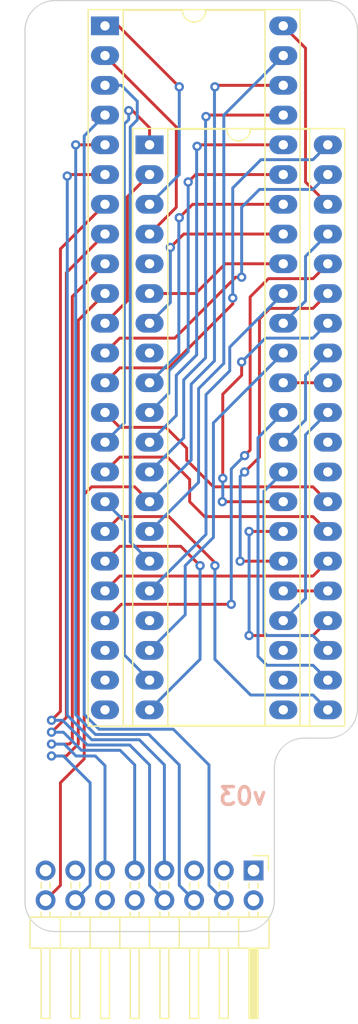
<source format=kicad_pcb>
(kicad_pcb (version 20221018) (generator pcbnew)
  (layers (0 "F.Cu" signal) (31 "B.Cu" signal) (34 "B.Paste" user) (35 "F.Paste" user) (36 "B.SilkS" user "B.Silkscreen") (37 "F.SilkS" user "F.Silkscreen") (38 "B.Mask" user) (39 "F.Mask" user) (44 "Edge.Cuts" user))
  (net 0 "")
  (net 1 "E01")
  (net 2 "E02")
  (net 3 "E03")
  (net 4 "E04")
  (net 5 "E05")
  (net 6 "E06")
  (net 7 "E07")
  (net 8 "E08")
  (net 9 "E09")
  (net 10 "E10")
  (net 11 "E11")
  (net 12 "E12")
  (net 13 "E13")
  (net 14 "E14")
  (net 15 "E15")
  (net 16 "E16")
  (net 17 "E17")
  (net 18 "E18")
  (net 19 "E19")
  (net 20 "E20")
  (net 21 "E21")
  (net 28 "E28")
  (net 29 "E29")
  (net 30 "E30")
  (net 31 "E31")
  (net 32 "E32")
  (net 33 "E33")
  (net 34 "E34")
  (net 35 "E35")
  (net 36 "E36")
  (net 37 "E37")
  (net 38 "E38")
  (net 39 "E39")
  (net 40 "E40")
  (net 41 "E41")
  (net 42 "E42")
  (net 43 "E43")
  (net 44 "E44")
  (net 45 "E45")
  (net 46 "E46")
  (net 47 "E47")
  (net 48 "E48")
  (footprint "Package_DIP:DIP-40_W15.24mm_Socket_LongPads" (layer "F.Cu") (at 147.066 70.993)
    (fp_text reference "J2")
    (fp_text value "To T48 socket")
    (fp_line (start -1.44 -1.39) (end -1.44 49.65) (stroke (width 0.12)) (layer "F.SilkS"))
    (fp_line (start -1.44 49.65) (end 16.68 49.65) (stroke (width 0.12)) (layer "F.SilkS"))
    (fp_line (start 1.56 -1.33) (end 1.56 49.59) (stroke (width 0.12)) (layer "F.SilkS"))
    (fp_line (start 1.56 49.59) (end 13.68 49.59) (stroke (width 0.12)) (layer "F.SilkS"))
    (fp_line (start 6.62 -1.33) (end 1.56 -1.33) (stroke (width 0.12)) (layer "F.SilkS"))
    (fp_line (start 13.68 -1.33) (end 8.62 -1.33) (stroke (width 0.12)) (layer "F.SilkS"))
    (fp_line (start 13.68 49.59) (end 13.68 -1.33) (stroke (width 0.12)) (layer "F.SilkS"))
    (fp_line (start 16.68 -1.39) (end -1.44 -1.39) (stroke (width 0.12)) (layer "F.SilkS"))
    (fp_line (start 16.68 49.65) (end 16.68 -1.39) (stroke (width 0.12)) (layer "F.SilkS"))
    (fp_arc (start 8.62 -1.33) (mid 7.62 -0.33) (end 6.62 -1.33) (stroke (width 0.12)) (layer "F.SilkS"))
    (pad "1" thru_hole rect (at 0 0) (size 2.4 1.6) (drill 0.8) (layers "*.Cu" "*.Mask") (net 15 "E15"))
    (pad "2" thru_hole oval (at 0 2.54) (size 2.4 1.6) (drill 0.8) (layers "*.Cu" "*.Mask") (net 11 "E11"))
    (pad "3" thru_hole oval (at 0 5.08) (size 2.4 1.6) (drill 0.8) (layers "*.Cu" "*.Mask") (net 1 "E01"))
    (pad "4" thru_hole oval (at 0 7.62) (size 2.4 1.6) (drill 0.8) (layers "*.Cu" "*.Mask") (net 2 "E02"))
    (pad "5" thru_hole oval (at 0 10.16) (size 2.4 1.6) (drill 0.8) (layers "*.Cu" "*.Mask"))
    (pad "6" thru_hole oval (at 0 12.7) (size 2.4 1.6) (drill 0.8) (layers "*.Cu" "*.Mask") (net 40 "E40"))
    (pad "7" thru_hole oval (at 0 15.24) (size 2.4 1.6) (drill 0.8) (layers "*.Cu" "*.Mask") (net 41 "E41"))
    (pad "8" thru_hole oval (at 0 17.78) (size 2.4 1.6) (drill 0.8) (layers "*.Cu" "*.Mask"))
    (pad "9" thru_hole oval (at 0 20.32) (size 2.4 1.6) (drill 0.8) (layers "*.Cu" "*.Mask") (net 42 "E42"))
    (pad "10" thru_hole oval (at 0 22.86) (size 2.4 1.6) (drill 0.8) (layers "*.Cu" "*.Mask") (net 43 "E43"))
    (pad "11" thru_hole oval (at 0 25.4) (size 2.4 1.6) (drill 0.8) (layers "*.Cu" "*.Mask") (net 44 "E44"))
    (pad "12" thru_hole oval (at 0 27.94) (size 2.4 1.6) (drill 0.8) (layers "*.Cu" "*.Mask") (net 45 "E45"))
    (pad "13" thru_hole oval (at 0 30.48) (size 2.4 1.6) (drill 0.8) (layers "*.Cu" "*.Mask") (net 46 "E46"))
    (pad "14" thru_hole oval (at 0 33.02) (size 2.4 1.6) (drill 0.8) (layers "*.Cu" "*.Mask") (net 47 "E47"))
    (pad "15" thru_hole oval (at 0 35.56) (size 2.4 1.6) (drill 0.8) (layers "*.Cu" "*.Mask") (net 3 "E03"))
    (pad "16" thru_hole oval (at 0 38.1) (size 2.4 1.6) (drill 0.8) (layers "*.Cu" "*.Mask") (net 39 "E39"))
    (pad "17" thru_hole oval (at 0 40.64) (size 2.4 1.6) (drill 0.8) (layers "*.Cu" "*.Mask"))
    (pad "18" thru_hole oval (at 0 43.18) (size 2.4 1.6) (drill 0.8) (layers "*.Cu" "*.Mask") (net 37 "E37"))
    (pad "19" thru_hole oval (at 0 45.72) (size 2.4 1.6) (drill 0.8) (layers "*.Cu" "*.Mask") (net 17 "E17"))
    (pad "20" thru_hole oval (at 0 48.26) (size 2.4 1.6) (drill 0.8) (layers "*.Cu" "*.Mask") (net 19 "E19"))
    (pad "21" thru_hole oval (at 15.24 48.26) (size 2.4 1.6) (drill 0.8) (layers "*.Cu" "*.Mask") (net 18 "E18"))
    (pad "22" thru_hole oval (at 15.24 45.72) (size 2.4 1.6) (drill 0.8) (layers "*.Cu" "*.Mask") (net 35 "E35"))
    (pad "23" thru_hole oval (at 15.24 43.18) (size 2.4 1.6) (drill 0.8) (layers "*.Cu" "*.Mask") (net 33 "E33"))
    (pad "24" thru_hole oval (at 15.24 40.64) (size 2.4 1.6) (drill 0.8) (layers "*.Cu" "*.Mask") (net 31 "E31"))
    (pad "25" thru_hole oval (at 15.24 38.1) (size 2.4 1.6) (drill 0.8) (layers "*.Cu" "*.Mask") (net 29 "E29"))
    (pad "26" thru_hole oval (at 15.24 35.56) (size 2.4 1.6) (drill 0.8) (layers "*.Cu" "*.Mask") (net 20 "E20"))
    (pad "27" thru_hole oval (at 15.24 33.02) (size 2.4 1.6) (drill 0.8) (layers "*.Cu" "*.Mask") (net 16 "E16"))
    (pad "28" thru_hole oval (at 15.24 30.48) (size 2.4 1.6) (drill 0.8) (layers "*.Cu" "*.Mask") (net 14 "E14"))
    (pad "29" thru_hole oval (at 15.24 27.94) (size 2.4 1.6) (drill 0.8) (layers "*.Cu" "*.Mask"))
    (pad "30" thru_hole oval (at 15.24 25.4) (size 2.4 1.6) (drill 0.8) (layers "*.Cu" "*.Mask"))
    (pad "31" thru_hole oval (at 15.24 22.86) (size 2.4 1.6) (drill 0.8) (layers "*.Cu" "*.Mask") (net 28 "E28"))
    (pad "32" thru_hole oval (at 15.24 20.32) (size 2.4 1.6) (drill 0.8) (layers "*.Cu" "*.Mask") (net 36 "E36"))
    (pad "33" thru_hole oval (at 15.24 17.78) (size 2.4 1.6) (drill 0.8) (layers "*.Cu" "*.Mask") (net 34 "E34"))
    (pad "34" thru_hole oval (at 15.24 15.24) (size 2.4 1.6) (drill 0.8) (layers "*.Cu" "*.Mask") (net 32 "E32"))
    (pad "35" thru_hole oval (at 15.24 12.7) (size 2.4 1.6) (drill 0.8) (layers "*.Cu" "*.Mask") (net 30 "E30"))
    (pad "36" thru_hole oval (at 15.24 10.16) (size 2.4 1.6) (drill 0.8) (layers "*.Cu" "*.Mask") (net 21 "E21"))
    (pad "37" thru_hole oval (at 15.24 7.62) (size 2.4 1.6) (drill 0.8) (layers "*.Cu" "*.Mask") (net 38 "E38"))
    (pad "38" thru_hole oval (at 15.24 5.08) (size 2.4 1.6) (drill 0.8) (layers "*.Cu" "*.Mask") (net 48 "E48"))
    (pad "39" thru_hole oval (at 15.24 2.54) (size 2.4 1.6) (drill 0.8) (layers "*.Cu" "*.Mask") (net 12 "E12"))
    (pad "40" thru_hole oval (at 15.24 0) (size 2.4 1.6) (drill 0.8) (layers "*.Cu" "*.Mask") (net 13 "E13"))
  )
  (footprint "Package_DIP:DIP-48_W15.24mm_Socket_LongPads" (layer "F.Cu") (at 143.256 60.833)
    (fp_text reference "J1")
    (fp_text value "EPROM")
    (fp_line (start -1.44 -1.39) (end -1.44 59.81) (stroke (width 0.12)) (layer "F.SilkS"))
    (fp_line (start -1.44 59.81) (end 16.68 59.81) (stroke (width 0.12)) (layer "F.SilkS"))
    (fp_line (start 1.56 -1.33) (end 1.56 59.75) (stroke (width 0.12)) (layer "F.SilkS"))
    (fp_line (start 1.56 59.75) (end 13.68 59.75) (stroke (width 0.12)) (layer "F.SilkS"))
    (fp_line (start 6.62 -1.33) (end 1.56 -1.33) (stroke (width 0.12)) (layer "F.SilkS"))
    (fp_line (start 13.68 -1.33) (end 8.62 -1.33) (stroke (width 0.12)) (layer "F.SilkS"))
    (fp_line (start 13.68 59.75) (end 13.68 -1.33) (stroke (width 0.12)) (layer "F.SilkS"))
    (fp_line (start 16.68 -1.39) (end -1.44 -1.39) (stroke (width 0.12)) (layer "F.SilkS"))
    (fp_line (start 16.68 59.81) (end 16.68 -1.39) (stroke (width 0.12)) (layer "F.SilkS"))
    (fp_arc (start 8.62 -1.33) (mid 7.62 -0.33) (end 6.62 -1.33) (stroke (width 0.12)) (layer "F.SilkS"))
    (pad "1" thru_hole rect (at 0 0) (size 2.4 1.6) (drill 0.8) (layers "*.Cu" "*.Mask") (net 1 "E01"))
    (pad "2" thru_hole oval (at 0 2.54) (size 2.4 1.6) (drill 0.8) (layers "*.Cu" "*.Mask") (net 2 "E02"))
    (pad "3" thru_hole oval (at 0 5.08) (size 2.4 1.6) (drill 0.8) (layers "*.Cu" "*.Mask") (net 3 "E03"))
    (pad "4" thru_hole oval (at 0 7.62) (size 2.4 1.6) (drill 0.8) (layers "*.Cu" "*.Mask") (net 4 "E04"))
    (pad "5" thru_hole oval (at 0 10.16) (size 2.4 1.6) (drill 0.8) (layers "*.Cu" "*.Mask") (net 5 "E05"))
    (pad "6" thru_hole oval (at 0 12.7) (size 2.4 1.6) (drill 0.8) (layers "*.Cu" "*.Mask") (net 6 "E06"))
    (pad "7" thru_hole oval (at 0 15.24) (size 2.4 1.6) (drill 0.8) (layers "*.Cu" "*.Mask") (net 7 "E07"))
    (pad "8" thru_hole oval (at 0 17.78) (size 2.4 1.6) (drill 0.8) (layers "*.Cu" "*.Mask") (net 8 "E08"))
    (pad "9" thru_hole oval (at 0 20.32) (size 2.4 1.6) (drill 0.8) (layers "*.Cu" "*.Mask") (net 9 "E09"))
    (pad "10" thru_hole oval (at 0 22.86) (size 2.4 1.6) (drill 0.8) (layers "*.Cu" "*.Mask") (net 10 "E10"))
    (pad "11" thru_hole oval (at 0 25.4) (size 2.4 1.6) (drill 0.8) (layers "*.Cu" "*.Mask") (net 11 "E11"))
    (pad "12" thru_hole oval (at 0 27.94) (size 2.4 1.6) (drill 0.8) (layers "*.Cu" "*.Mask") (net 12 "E12"))
    (pad "13" thru_hole oval (at 0 30.48) (size 2.4 1.6) (drill 0.8) (layers "*.Cu" "*.Mask") (net 13 "E13"))
    (pad "14" thru_hole oval (at 0 33.02) (size 2.4 1.6) (drill 0.8) (layers "*.Cu" "*.Mask") (net 14 "E14"))
    (pad "15" thru_hole oval (at 0 35.56) (size 2.4 1.6) (drill 0.8) (layers "*.Cu" "*.Mask") (net 15 "E15"))
    (pad "16" thru_hole oval (at 0 38.1) (size 2.4 1.6) (drill 0.8) (layers "*.Cu" "*.Mask") (net 16 "E16"))
    (pad "17" thru_hole oval (at 0 40.64) (size 2.4 1.6) (drill 0.8) (layers "*.Cu" "*.Mask") (net 17 "E17"))
    (pad "18" thru_hole oval (at 0 43.18) (size 2.4 1.6) (drill 0.8) (layers "*.Cu" "*.Mask") (net 18 "E18"))
    (pad "19" thru_hole oval (at 0 45.72) (size 2.4 1.6) (drill 0.8) (layers "*.Cu" "*.Mask") (net 19 "E19"))
    (pad "20" thru_hole oval (at 0 48.26) (size 2.4 1.6) (drill 0.8) (layers "*.Cu" "*.Mask") (net 20 "E20"))
    (pad "21" thru_hole oval (at 0 50.8) (size 2.4 1.6) (drill 0.8) (layers "*.Cu" "*.Mask") (net 21 "E21"))
    (pad "22" thru_hole oval (at 0 53.34) (size 2.4 1.6) (drill 0.8) (layers "*.Cu" "*.Mask"))
    (pad "23" thru_hole oval (at 0 55.88) (size 2.4 1.6) (drill 0.8) (layers "*.Cu" "*.Mask"))
    (pad "24" thru_hole oval (at 0 58.42) (size 2.4 1.6) (drill 0.8) (layers "*.Cu" "*.Mask"))
    (pad "25" thru_hole oval (at 15.24 58.42) (size 2.4 1.6) (drill 0.8) (layers "*.Cu" "*.Mask"))
    (pad "26" thru_hole oval (at 15.24 55.88) (size 2.4 1.6) (drill 0.8) (layers "*.Cu" "*.Mask"))
    (pad "27" thru_hole oval (at 15.24 53.34) (size 2.4 1.6) (drill 0.8) (layers "*.Cu" "*.Mask"))
    (pad "28" thru_hole oval (at 15.24 50.8) (size 2.4 1.6) (drill 0.8) (layers "*.Cu" "*.Mask") (net 28 "E28"))
    (pad "29" thru_hole oval (at 15.24 48.26) (size 2.4 1.6) (drill 0.8) (layers "*.Cu" "*.Mask") (net 29 "E29"))
    (pad "30" thru_hole oval (at 15.24 45.72) (size 2.4 1.6) (drill 0.8) (layers "*.Cu" "*.Mask") (net 30 "E30"))
    (pad "31" thru_hole oval (at 15.24 43.18) (size 2.4 1.6) (drill 0.8) (layers "*.Cu" "*.Mask") (net 31 "E31"))
    (pad "32" thru_hole oval (at 15.24 40.64) (size 2.4 1.6) (drill 0.8) (layers "*.Cu" "*.Mask") (net 32 "E32"))
    (pad "33" thru_hole oval (at 15.24 38.1) (size 2.4 1.6) (drill 0.8) (layers "*.Cu" "*.Mask") (net 33 "E33"))
    (pad "34" thru_hole oval (at 15.24 35.56) (size 2.4 1.6) (drill 0.8) (layers "*.Cu" "*.Mask") (net 34 "E34"))
    (pad "35" thru_hole oval (at 15.24 33.02) (size 2.4 1.6) (drill 0.8) (layers "*.Cu" "*.Mask") (net 35 "E35"))
    (pad "36" thru_hole oval (at 15.24 30.48) (size 2.4 1.6) (drill 0.8) (layers "*.Cu" "*.Mask") (net 36 "E36"))
    (pad "37" thru_hole oval (at 15.24 27.94) (size 2.4 1.6) (drill 0.8) (layers "*.Cu" "*.Mask") (net 37 "E37"))
    (pad "38" thru_hole oval (at 15.24 25.4) (size 2.4 1.6) (drill 0.8) (layers "*.Cu" "*.Mask") (net 38 "E38"))
    (pad "39" thru_hole oval (at 15.24 22.86) (size 2.4 1.6) (drill 0.8) (layers "*.Cu" "*.Mask") (net 39 "E39"))
    (pad "40" thru_hole oval (at 15.24 20.32) (size 2.4 1.6) (drill 0.8) (layers "*.Cu" "*.Mask") (net 40 "E40"))
    (pad "41" thru_hole oval (at 15.24 17.78) (size 2.4 1.6) (drill 0.8) (layers "*.Cu" "*.Mask") (net 41 "E41"))
    (pad "42" thru_hole oval (at 15.24 15.24) (size 2.4 1.6) (drill 0.8) (layers "*.Cu" "*.Mask") (net 42 "E42"))
    (pad "43" thru_hole oval (at 15.24 12.7) (size 2.4 1.6) (drill 0.8) (layers "*.Cu" "*.Mask") (net 43 "E43"))
    (pad "44" thru_hole oval (at 15.24 10.16) (size 2.4 1.6) (drill 0.8) (layers "*.Cu" "*.Mask") (net 44 "E44"))
    (pad "45" thru_hole oval (at 15.24 7.62) (size 2.4 1.6) (drill 0.8) (layers "*.Cu" "*.Mask") (net 45 "E45"))
    (pad "46" thru_hole oval (at 15.24 5.08) (size 2.4 1.6) (drill 0.8) (layers "*.Cu" "*.Mask") (net 46 "E46"))
    (pad "47" thru_hole oval (at 15.24 2.54) (size 2.4 1.6) (drill 0.8) (layers "*.Cu" "*.Mask") (net 47 "E47"))
    (pad "48" thru_hole oval (at 15.24 0) (size 2.4 1.6) (drill 0.8) (layers "*.Cu" "*.Mask") (net 48 "E48"))
  )
  (footprint "Connector_PinHeader_2.54mm:PinHeader_2x08_P2.54mm_Horizontal" (layer "F.Cu") (at 155.956 132.969 -90)
    (fp_text reference "J3")
    (fp_text value "To T48 ribbon")
    (fp_line (start -1.27 -1.27) (end 0 -1.27) (stroke (width 0.12)) (layer "F.SilkS"))
    (fp_line (start -1.27 0) (end -1.27 -1.27) (stroke (width 0.12)) (layer "F.SilkS"))
    (fp_line (start 1.042929 2.16) (end 1.497071 2.16) (stroke (width 0.12)) (layer "F.SilkS"))
    (fp_line (start 1.042929 2.92) (end 1.497071 2.92) (stroke (width 0.12)) (layer "F.SilkS"))
    (fp_line (start 1.042929 4.7) (end 1.497071 4.7) (stroke (width 0.12)) (layer "F.SilkS"))
    (fp_line (start 1.042929 5.46) (end 1.497071 5.46) (stroke (width 0.12)) (layer "F.SilkS"))
    (fp_line (start 1.042929 7.24) (end 1.497071 7.24) (stroke (width 0.12)) (layer "F.SilkS"))
    (fp_line (start 1.042929 8) (end 1.497071 8) (stroke (width 0.12)) (layer "F.SilkS"))
    (fp_line (start 1.042929 9.78) (end 1.497071 9.78) (stroke (width 0.12)) (layer "F.SilkS"))
    (fp_line (start 1.042929 10.54) (end 1.497071 10.54) (stroke (width 0.12)) (layer "F.SilkS"))
    (fp_line (start 1.042929 12.32) (end 1.497071 12.32) (stroke (width 0.12)) (layer "F.SilkS"))
    (fp_line (start 1.042929 13.08) (end 1.497071 13.08) (stroke (width 0.12)) (layer "F.SilkS"))
    (fp_line (start 1.042929 14.86) (end 1.497071 14.86) (stroke (width 0.12)) (layer "F.SilkS"))
    (fp_line (start 1.042929 15.62) (end 1.497071 15.62) (stroke (width 0.12)) (layer "F.SilkS"))
    (fp_line (start 1.042929 17.4) (end 1.497071 17.4) (stroke (width 0.12)) (layer "F.SilkS"))
    (fp_line (start 1.042929 18.16) (end 1.497071 18.16) (stroke (width 0.12)) (layer "F.SilkS"))
    (fp_line (start 1.11 -0.38) (end 1.497071 -0.38) (stroke (width 0.12)) (layer "F.SilkS"))
    (fp_line (start 1.11 0.38) (end 1.497071 0.38) (stroke (width 0.12)) (layer "F.SilkS"))
    (fp_line (start 3.582929 -0.38) (end 3.98 -0.38) (stroke (width 0.12)) (layer "F.SilkS"))
    (fp_line (start 3.582929 0.38) (end 3.98 0.38) (stroke (width 0.12)) (layer "F.SilkS"))
    (fp_line (start 3.582929 2.16) (end 3.98 2.16) (stroke (width 0.12)) (layer "F.SilkS"))
    (fp_line (start 3.582929 2.92) (end 3.98 2.92) (stroke (width 0.12)) (layer "F.SilkS"))
    (fp_line (start 3.582929 4.7) (end 3.98 4.7) (stroke (width 0.12)) (layer "F.SilkS"))
    (fp_line (start 3.582929 5.46) (end 3.98 5.46) (stroke (width 0.12)) (layer "F.SilkS"))
    (fp_line (start 3.582929 7.24) (end 3.98 7.24) (stroke (width 0.12)) (layer "F.SilkS"))
    (fp_line (start 3.582929 8) (end 3.98 8) (stroke (width 0.12)) (layer "F.SilkS"))
    (fp_line (start 3.582929 9.78) (end 3.98 9.78) (stroke (width 0.12)) (layer "F.SilkS"))
    (fp_line (start 3.582929 10.54) (end 3.98 10.54) (stroke (width 0.12)) (layer "F.SilkS"))
    (fp_line (start 3.582929 12.32) (end 3.98 12.32) (stroke (width 0.12)) (layer "F.SilkS"))
    (fp_line (start 3.582929 13.08) (end 3.98 13.08) (stroke (width 0.12)) (layer "F.SilkS"))
    (fp_line (start 3.582929 14.86) (end 3.98 14.86) (stroke (width 0.12)) (layer "F.SilkS"))
    (fp_line (start 3.582929 15.62) (end 3.98 15.62) (stroke (width 0.12)) (layer "F.SilkS"))
    (fp_line (start 3.582929 17.4) (end 3.98 17.4) (stroke (width 0.12)) (layer "F.SilkS"))
    (fp_line (start 3.582929 18.16) (end 3.98 18.16) (stroke (width 0.12)) (layer "F.SilkS"))
    (fp_line (start 3.98 -1.33) (end 3.98 19.11) (stroke (width 0.12)) (layer "F.SilkS"))
    (fp_line (start 3.98 1.27) (end 6.64 1.27) (stroke (width 0.12)) (layer "F.SilkS"))
    (fp_line (start 3.98 3.81) (end 6.64 3.81) (stroke (width 0.12)) (layer "F.SilkS"))
    (fp_line (start 3.98 6.35) (end 6.64 6.35) (stroke (width 0.12)) (layer "F.SilkS"))
    (fp_line (start 3.98 8.89) (end 6.64 8.89) (stroke (width 0.12)) (layer "F.SilkS"))
    (fp_line (start 3.98 11.43) (end 6.64 11.43) (stroke (width 0.12)) (layer "F.SilkS"))
    (fp_line (start 3.98 13.97) (end 6.64 13.97) (stroke (width 0.12)) (layer "F.SilkS"))
    (fp_line (start 3.98 16.51) (end 6.64 16.51) (stroke (width 0.12)) (layer "F.SilkS"))
    (fp_line (start 3.98 19.11) (end 6.64 19.11) (stroke (width 0.12)) (layer "F.SilkS"))
    (fp_line (start 6.64 -1.33) (end 3.98 -1.33) (stroke (width 0.12)) (layer "F.SilkS"))
    (fp_line (start 6.64 -0.38) (end 12.64 -0.38) (stroke (width 0.12)) (layer "F.SilkS"))
    (fp_line (start 6.64 -0.32) (end 12.64 -0.32) (stroke (width 0.12)) (layer "F.SilkS"))
    (fp_line (start 6.64 -0.2) (end 12.64 -0.2) (stroke (width 0.12)) (layer "F.SilkS"))
    (fp_line (start 6.64 -0.08) (end 12.64 -0.08) (stroke (width 0.12)) (layer "F.SilkS"))
    (fp_line (start 6.64 0.04) (end 12.64 0.04) (stroke (width 0.12)) (layer "F.SilkS"))
    (fp_line (start 6.64 0.16) (end 12.64 0.16) (stroke (width 0.12)) (layer "F.SilkS"))
    (fp_line (start 6.64 0.28) (end 12.64 0.28) (stroke (width 0.12)) (layer "F.SilkS"))
    (fp_line (start 6.64 2.16) (end 12.64 2.16) (stroke (width 0.12)) (layer "F.SilkS"))
    (fp_line (start 6.64 4.7) (end 12.64 4.7) (stroke (width 0.12)) (layer "F.SilkS"))
    (fp_line (start 6.64 7.24) (end 12.64 7.24) (stroke (width 0.12)) (layer "F.SilkS"))
    (fp_line (start 6.64 9.78) (end 12.64 9.78) (stroke (width 0.12)) (layer "F.SilkS"))
    (fp_line (start 6.64 12.32) (end 12.64 12.32) (stroke (width 0.12)) (layer "F.SilkS"))
    (fp_line (start 6.64 14.86) (end 12.64 14.86) (stroke (width 0.12)) (layer "F.SilkS"))
    (fp_line (start 6.64 17.4) (end 12.64 17.4) (stroke (width 0.12)) (layer "F.SilkS"))
    (fp_line (start 6.64 19.11) (end 6.64 -1.33) (stroke (width 0.12)) (layer "F.SilkS"))
    (fp_line (start 12.64 -0.38) (end 12.64 0.38) (stroke (width 0.12)) (layer "F.SilkS"))
    (fp_line (start 12.64 0.38) (end 6.64 0.38) (stroke (width 0.12)) (layer "F.SilkS"))
    (fp_line (start 12.64 2.16) (end 12.64 2.92) (stroke (width 0.12)) (layer "F.SilkS"))
    (fp_line (start 12.64 2.92) (end 6.64 2.92) (stroke (width 0.12)) (layer "F.SilkS"))
    (fp_line (start 12.64 4.7) (end 12.64 5.46) (stroke (width 0.12)) (layer "F.SilkS"))
    (fp_line (start 12.64 5.46) (end 6.64 5.46) (stroke (width 0.12)) (layer "F.SilkS"))
    (fp_line (start 12.64 7.24) (end 12.64 8) (stroke (width 0.12)) (layer "F.SilkS"))
    (fp_line (start 12.64 8) (end 6.64 8) (stroke (width 0.12)) (layer "F.SilkS"))
    (fp_line (start 12.64 9.78) (end 12.64 10.54) (stroke (width 0.12)) (layer "F.SilkS"))
    (fp_line (start 12.64 10.54) (end 6.64 10.54) (stroke (width 0.12)) (layer "F.SilkS"))
    (fp_line (start 12.64 12.32) (end 12.64 13.08) (stroke (width 0.12)) (layer "F.SilkS"))
    (fp_line (start 12.64 13.08) (end 6.64 13.08) (stroke (width 0.12)) (layer "F.SilkS"))
    (fp_line (start 12.64 14.86) (end 12.64 15.62) (stroke (width 0.12)) (layer "F.SilkS"))
    (fp_line (start 12.64 15.62) (end 6.64 15.62) (stroke (width 0.12)) (layer "F.SilkS"))
    (fp_line (start 12.64 17.4) (end 12.64 18.16) (stroke (width 0.12)) (layer "F.SilkS"))
    (fp_line (start 12.64 18.16) (end 6.64 18.16) (stroke (width 0.12)) (layer "F.SilkS"))
    (pad "1" thru_hole rect (at 0 0 270) (size 1.7 1.7) (drill 1) (layers "*.Cu" "*.Mask"))
    (pad "2" thru_hole oval (at 2.54 0 270) (size 1.7 1.7) (drill 1) (layers "*.Cu" "*.Mask"))
    (pad "3" thru_hole oval (at 0 2.54 270) (size 1.7 1.7) (drill 1) (layers "*.Cu" "*.Mask"))
    (pad "4" thru_hole oval (at 2.54 2.54 270) (size 1.7 1.7) (drill 1) (layers "*.Cu" "*.Mask") (net 4 "E04"))
    (pad "5" thru_hole oval (at 0 5.08 270) (size 1.7 1.7) (drill 1) (layers "*.Cu" "*.Mask"))
    (pad "6" thru_hole oval (at 2.54 5.08 270) (size 1.7 1.7) (drill 1) (layers "*.Cu" "*.Mask") (net 5 "E05"))
    (pad "7" thru_hole oval (at 0 7.62 270) (size 1.7 1.7) (drill 1) (layers "*.Cu" "*.Mask") (net 6 "E06"))
    (pad "8" thru_hole oval (at 2.54 7.62 270) (size 1.7 1.7) (drill 1) (layers "*.Cu" "*.Mask") (net 7 "E07"))
    (pad "9" thru_hole oval (at 0 10.16 270) (size 1.7 1.7) (drill 1) (layers "*.Cu" "*.Mask") (net 8 "E08"))
    (pad "10" thru_hole oval (at 2.54 10.16 270) (size 1.7 1.7) (drill 1) (layers "*.Cu" "*.Mask"))
    (pad "11" thru_hole oval (at 0 12.7 270) (size 1.7 1.7) (drill 1) (layers "*.Cu" "*.Mask") (net 9 "E09"))
    (pad "12" thru_hole oval (at 2.54 12.7 270) (size 1.7 1.7) (drill 1) (layers "*.Cu" "*.Mask"))
    (pad "13" thru_hole oval (at 0 15.24 270) (size 1.7 1.7) (drill 1) (layers "*.Cu" "*.Mask"))
    (pad "14" thru_hole oval (at 2.54 15.24 270) (size 1.7 1.7) (drill 1) (layers "*.Cu" "*.Mask") (net 10 "E10"))
    (pad "15" thru_hole oval (at 0 17.78 270) (size 1.7 1.7) (drill 1) (layers "*.Cu" "*.Mask"))
    (pad "16" thru_hole oval (at 2.54 17.78 270) (size 1.7 1.7) (drill 1) (layers "*.Cu" "*.Mask") (net 46 "E46"))
  )
  (gr_line (start 138.974104 58.674) (end 162.275184 58.674) (stroke (width 0.1)) (layer "Edge.Cuts"))
  (gr_arc (start 138.966627 138.186623) (mid 137.163095 137.439546) (end 136.416052 135.636) (stroke (width 0.1)) (layer "Edge.Cuts"))
  (gr_arc (start 157.734002 124.206) (mid 158.477951 122.409949) (end 160.274002 121.666) (stroke (width 0.1)) (layer "Edge.Cuts"))
  (gr_arc (start 157.734002 135.519623) (mid 156.952856 137.405477) (end 155.067002 138.186623) (stroke (width 0.1)) (layer "Edge.Cuts"))
  (gr_arc (start 164.846 119.107948) (mid 164.096764 120.916764) (end 162.287948 121.666) (stroke (width 0.1)) (layer "Edge.Cuts"))
  (gr_line (start 157.734002 124.206) (end 157.734002 135.519623) (stroke (width 0.1)) (layer "Edge.Cuts"))
  (gr_line (start 136.416052 135.636) (end 136.416052 61.232052) (stroke (width 0.1)) (layer "Edge.Cuts"))
  (gr_arc (start 136.416052 61.232052) (mid 137.165288 59.423236) (end 138.974104 58.674) (stroke (width 0.1)) (layer "Edge.Cuts"))
  (gr_line (start 155.067002 138.186623) (end 138.966627 138.186623) (stroke (width 0.1)) (layer "Edge.Cuts"))
  (gr_arc (start 162.275184 58.674) (mid 164.093025 59.426975) (end 164.846 61.244816) (stroke (width 0.1)) (layer "Edge.Cuts"))
  (gr_line (start 162.287948 121.666) (end 160.274002 121.666) (stroke (width 0.1)) (layer "Edge.Cuts"))
  (gr_line (start 164.846 61.244816) (end 164.846 119.107948) (stroke (width 0.1)) (layer "Edge.Cuts"))
  (gr_text "v03" (at 157.226 127.508) (layer "B.SilkS") (effects (font (size 1.5 1.5) (thickness 0.3) bold) (justify left bottom mirror)))
  (segment (start 143.256 60.833) (end 144.399 60.833) (width 0.25) (layer "F.Cu") (net 1))
  (segment (start 144.399 60.833) (end 149.606 66.04) (width 0.25) (layer "F.Cu") (net 1))
  (via (at 149.606 66.04) (size 0.8) (drill 0.4) (layers "F.Cu" "B.Cu") (net 1))
  (segment (start 149.606 73.533) (end 147.066 76.073) (width 0.25) (layer "B.Cu") (net 1))
  (segment (start 149.606 66.04) (end 149.606 73.533) (width 0.25) (layer "B.Cu") (net 1))
  (segment (start 149.352 69.469) (end 149.352 76.327) (width 0.25) (layer "F.Cu") (net 2))
  (segment (start 143.256 63.373) (end 149.352 69.469) (width 0.25) (layer "F.Cu") (net 2))
  (segment (start 149.352 76.327) (end 147.066 78.613) (width 0.25) (layer "F.Cu") (net 2))
  (segment (start 146.013 68.871) (end 146.013 67.268347) (width 0.25) (layer "B.Cu") (net 3))
  (segment (start 146.013 67.268347) (end 144.657653 65.913) (width 0.25) (layer "B.Cu") (net 3))
  (segment (start 147.066 106.553) (end 145.415 104.902) (width 0.25) (layer "B.Cu") (net 3))
  (segment (start 145.415 104.902) (end 145.415 69.469) (width 0.25) (layer "B.Cu") (net 3))
  (segment (start 145.415 69.469) (end 146.013 68.871) (width 0.25) (layer "B.Cu") (net 3))
  (segment (start 144.657653 65.913) (end 143.256 65.913) (width 0.25) (layer "B.Cu") (net 3))
  (segment (start 142.875 68.834) (end 143.256 68.453) (width 0.25) (layer "F.Cu") (net 4))
  (segment (start 142.24 68.834) (end 142.875 68.834) (width 0.25) (layer "F.Cu") (net 4))
  (segment (start 152.146 123.952) (end 152.146 134.239) (width 0.25) (layer "B.Cu") (net 4))
  (segment (start 141.478 70.231) (end 141.478 119.634) (width 0.25) (layer "B.Cu") (net 4))
  (segment (start 149.098 120.904) (end 152.146 123.952) (width 0.25) (layer "B.Cu") (net 4))
  (segment (start 142.748 120.904) (end 149.098 120.904) (width 0.25) (layer "B.Cu") (net 4))
  (segment (start 143.256 68.453) (end 141.478 70.231) (width 0.25) (layer "B.Cu") (net 4))
  (segment (start 141.478 119.634) (end 142.748 120.904) (width 0.25) (layer "B.Cu") (net 4))
  (segment (start 152.146 134.239) (end 153.416 135.509) (width 0.25) (layer "B.Cu") (net 4))
  (segment (start 140.7535 70.993) (end 143.256 70.993) (width 0.25) (layer "F.Cu") (net 5))
  (via (at 140.7535 70.993) (size 0.8) (drill 0.4) (layers "F.Cu" "B.Cu") (net 5))
  (segment (start 140.7535 119.6715) (end 142.436 121.354) (width 0.25) (layer "B.Cu") (net 5))
  (segment (start 149.606 134.239) (end 150.876 135.509) (width 0.25) (layer "B.Cu") (net 5))
  (segment (start 142.436 121.354) (end 147.008 121.354) (width 0.25) (layer "B.Cu") (net 5))
  (segment (start 147.008 121.354) (end 149.606 123.952) (width 0.25) (layer "B.Cu") (net 5))
  (segment (start 140.7535 70.993) (end 140.7535 119.6715) (width 0.25) (layer "B.Cu") (net 5))
  (segment (start 149.606 123.952) (end 149.606 134.239) (width 0.25) (layer "B.Cu") (net 5))
  (segment (start 140.029 73.66) (end 140.156 73.533) (width 0.25) (layer "F.Cu") (net 6))
  (segment (start 140.156 73.533) (end 143.256 73.533) (width 0.25) (layer "F.Cu") (net 6))
  (via (at 140.029 73.66) (size 0.8) (drill 0.4) (layers "F.Cu" "B.Cu") (net 6))
  (segment (start 140.029 73.66) (end 140.029 119.709) (width 0.25) (layer "B.Cu") (net 6))
  (segment (start 146.188 121.804) (end 148.336 123.952) (width 0.25) (layer "B.Cu") (net 6))
  (segment (start 148.336 123.952) (end 148.336 132.969) (width 0.25) (layer "B.Cu") (net 6))
  (segment (start 140.029 119.709) (end 142.124 121.804) (width 0.25) (layer "B.Cu") (net 6))
  (segment (start 142.124 121.804) (end 146.188 121.804) (width 0.25) (layer "B.Cu") (net 6))
  (segment (start 138.684 120.142) (end 139.446 119.38) (width 0.25) (layer "F.Cu") (net 7))
  (segment (start 139.446 79.883) (end 143.256 76.073) (width 0.25) (layer "F.Cu") (net 7))
  (segment (start 139.446 119.38) (end 139.446 79.883) (width 0.25) (layer "F.Cu") (net 7))
  (via (at 138.684 120.142) (size 0.8) (drill 0.4) (layers "F.Cu" "B.Cu") (net 7))
  (segment (start 145.368 122.254) (end 147.066 123.952) (width 0.25) (layer "B.Cu") (net 7))
  (segment (start 147.066 134.239) (end 148.336 135.509) (width 0.25) (layer "B.Cu") (net 7))
  (segment (start 141.747802 122.254) (end 145.368 122.254) (width 0.25) (layer "B.Cu") (net 7))
  (segment (start 147.066 123.952) (end 147.066 134.239) (width 0.25) (layer "B.Cu") (net 7))
  (segment (start 138.684 120.142) (end 139.635802 120.142) (width 0.25) (layer "B.Cu") (net 7))
  (segment (start 139.635802 120.142) (end 141.747802 122.254) (width 0.25) (layer "B.Cu") (net 7))
  (segment (start 138.684 121.158) (end 138.693305 121.158) (width 0.25) (layer "F.Cu") (net 8))
  (segment (start 138.693305 121.158) (end 139.954 119.897305) (width 0.25) (layer "F.Cu") (net 8))
  (segment (start 139.954 81.915) (end 143.256 78.613) (width 0.25) (layer "F.Cu") (net 8))
  (segment (start 139.954 119.897305) (end 139.954 81.915) (width 0.25) (layer "F.Cu") (net 8))
  (via (at 138.684 121.158) (size 0.8) (drill 0.4) (layers "F.Cu" "B.Cu") (net 8))
  (segment (start 138.684 121.158) (end 139.7 121.158) (width 0.25) (layer "B.Cu") (net 8))
  (segment (start 141.246 122.704) (end 144.548 122.704) (width 0.25) (layer "B.Cu") (net 8))
  (segment (start 145.796 123.952) (end 145.796 132.969) (width 0.25) (layer "B.Cu") (net 8))
  (segment (start 139.7 121.158) (end 141.246 122.704) (width 0.25) (layer "B.Cu") (net 8))
  (segment (start 144.548 122.704) (end 145.796 123.952) (width 0.25) (layer "B.Cu") (net 8))
  (segment (start 140.462 83.947) (end 143.256 81.153) (width 0.25) (layer "F.Cu") (net 9))
  (segment (start 140.462 121.92) (end 140.462 83.947) (width 0.25) (layer "F.Cu") (net 9))
  (segment (start 138.684 122.174) (end 140.208 122.174) (width 0.25) (layer "F.Cu") (net 9))
  (segment (start 140.208 122.174) (end 140.462 121.92) (width 0.25) (layer "F.Cu") (net 9))
  (via (at 138.684 122.174) (size 0.8) (drill 0.4) (layers "F.Cu" "B.Cu") (net 9))
  (segment (start 142.4305 123.19) (end 143.256 124.0155) (width 0.25) (layer "B.Cu") (net 9))
  (segment (start 143.256 124.0155) (end 143.256 132.969) (width 0.25) (layer "B.Cu") (net 9))
  (segment (start 140.7795 123.19) (end 142.4305 123.19) (width 0.25) (layer "B.Cu") (net 9))
  (segment (start 139.7635 122.174) (end 140.7795 123.19) (width 0.25) (layer "B.Cu") (net 9))
  (segment (start 138.684 122.174) (end 139.7635 122.174) (width 0.25) (layer "B.Cu") (net 9))
  (segment (start 138.684 123.19) (end 139.954 123.19) (width 0.25) (layer "F.Cu") (net 10))
  (segment (start 140.97 122.174) (end 140.97 85.979) (width 0.25) (layer "F.Cu") (net 10))
  (segment (start 139.954 123.19) (end 140.97 122.174) (width 0.25) (layer "F.Cu") (net 10))
  (segment (start 140.97 85.979) (end 143.256 83.693) (width 0.25) (layer "F.Cu") (net 10))
  (via (at 138.684 123.19) (size 0.8) (drill 0.4) (layers "F.Cu" "B.Cu") (net 10))
  (segment (start 138.684 123.19) (end 139.7 123.19) (width 0.25) (layer "B.Cu") (net 10))
  (segment (start 141.986 125.476) (end 141.986 134.239) (width 0.25) (layer "B.Cu") (net 10))
  (segment (start 141.986 134.239) (end 140.716 135.509) (width 0.25) (layer "B.Cu") (net 10))
  (segment (start 139.7 123.19) (end 141.986 125.476) (width 0.25) (layer "B.Cu") (net 10))
  (segment (start 143.256 86.233) (end 145.161 84.328) (width 0.25) (layer "F.Cu") (net 11))
  (segment (start 145.161 75.438) (end 147.066 73.533) (width 0.25) (layer "F.Cu") (net 11))
  (segment (start 145.161 84.328) (end 145.161 75.438) (width 0.25) (layer "F.Cu") (net 11))
  (segment (start 144.526 87.503) (end 143.256 88.773) (width 0.25) (layer "F.Cu") (net 12))
  (segment (start 154.94 82.296) (end 154.432 82.296) (width 0.25) (layer "F.Cu") (net 12))
  (segment (start 149.225 87.503) (end 144.526 87.503) (width 0.25) (layer "F.Cu") (net 12))
  (segment (start 154.432 82.296) (end 149.225 87.503) (width 0.25) (layer "F.Cu") (net 12))
  (via (at 154.94 82.296) (size 0.8) (drill 0.4) (layers "F.Cu" "B.Cu") (net 12))
  (segment (start 154.94 82.296) (end 154.94 76.327) (width 0.25) (layer "B.Cu") (net 12))
  (segment (start 156.464 74.803) (end 161.036 74.803) (width 0.25) (layer "B.Cu") (net 12))
  (segment (start 161.036 74.803) (end 162.306 73.533) (width 0.25) (layer "B.Cu") (net 12))
  (segment (start 154.94 76.327) (end 156.464 74.803) (width 0.25) (layer "B.Cu") (net 12))
  (segment (start 144.526 90.043) (end 143.256 91.313) (width 0.25) (layer "F.Cu") (net 13))
  (segment (start 154.178 84.074) (end 154.178 84.582) (width 0.25) (layer "F.Cu") (net 13))
  (segment (start 154.178 84.582) (end 148.717 90.043) (width 0.25) (layer "F.Cu") (net 13))
  (segment (start 148.717 90.043) (end 144.526 90.043) (width 0.25) (layer "F.Cu") (net 13))
  (via (at 154.178 84.074) (size 0.8) (drill 0.4) (layers "F.Cu" "B.Cu") (net 13))
  (segment (start 156.591 72.263) (end 161.036 72.263) (width 0.25) (layer "B.Cu") (net 13))
  (segment (start 154.178 74.676) (end 156.591 72.263) (width 0.25) (layer "B.Cu") (net 13))
  (segment (start 154.178 84.074) (end 154.178 74.676) (width 0.25) (layer "B.Cu") (net 13))
  (segment (start 161.036 72.263) (end 162.306 70.993) (width 0.25) (layer "B.Cu") (net 13))
  (segment (start 162.306 101.473) (end 161.036 100.203) (width 0.25) (layer "F.Cu") (net 14))
  (segment (start 161.036 100.203) (end 152.527 100.203) (width 0.25) (layer "F.Cu") (net 14))
  (segment (start 152.527 100.203) (end 150.241 97.917) (width 0.25) (layer "F.Cu") (net 14))
  (segment (start 150.241 97.917) (end 150.241 96.901) (width 0.25) (layer "F.Cu") (net 14))
  (segment (start 150.241 96.901) (end 148.463 95.123) (width 0.25) (layer "F.Cu") (net 14))
  (segment (start 144.526 95.123) (end 143.256 93.853) (width 0.25) (layer "F.Cu") (net 14))
  (segment (start 148.463 95.123) (end 144.526 95.123) (width 0.25) (layer "F.Cu") (net 14))
  (segment (start 147.066 69.5325) (end 145.6055 68.072) (width 0.25) (layer "F.Cu") (net 15))
  (segment (start 145.6055 68.072) (end 145.288 68.072) (width 0.25) (layer "F.Cu") (net 15))
  (segment (start 147.066 70.993) (end 147.066 69.5325) (width 0.25) (layer "F.Cu") (net 15))
  (via (at 145.288 68.072) (size 0.8) (drill 0.4) (layers "F.Cu" "B.Cu") (net 15))
  (segment (start 145.288 68.072) (end 145.288 68.834) (width 0.25) (layer "B.Cu") (net 15))
  (segment (start 145.288 68.834) (end 144.907 69.215) (width 0.25) (layer "B.Cu") (net 15))
  (segment (start 144.907 69.215) (end 144.907 94.742) (width 0.25) (layer "B.Cu") (net 15))
  (segment (start 144.907 94.742) (end 143.256 96.393) (width 0.25) (layer "B.Cu") (net 15))
  (segment (start 143.256 98.933) (end 144.526 97.663) (width 0.25) (layer "F.Cu") (net 16))
  (segment (start 148.59 97.663) (end 150.495 99.568) (width 0.25) (layer "F.Cu") (net 16))
  (segment (start 161.036 102.743) (end 162.306 104.013) (width 0.25) (layer "F.Cu") (net 16))
  (segment (start 150.495 101.473) (end 151.765 102.743) (width 0.25) (layer "F.Cu") (net 16))
  (segment (start 144.526 97.663) (end 148.59 97.663) (width 0.25) (layer "F.Cu") (net 16))
  (segment (start 151.765 102.743) (end 161.036 102.743) (width 0.25) (layer "F.Cu") (net 16))
  (segment (start 150.495 99.568) (end 150.495 101.473) (width 0.25) (layer "F.Cu") (net 16))
  (segment (start 144.907 114.554) (end 144.907 103.124) (width 0.25) (layer "B.Cu") (net 17))
  (segment (start 144.907 103.124) (end 143.256 101.473) (width 0.25) (layer "B.Cu") (net 17))
  (segment (start 147.066 116.713) (end 144.907 114.554) (width 0.25) (layer "B.Cu") (net 17))
  (segment (start 144.526 102.743) (end 143.256 104.013) (width 0.25) (layer "F.Cu") (net 18))
  (segment (start 152.654 106.934) (end 152.654 106.68) (width 0.25) (layer "F.Cu") (net 18))
  (segment (start 152.654 106.68) (end 148.717 102.743) (width 0.25) (layer "F.Cu") (net 18))
  (segment (start 148.717 102.743) (end 144.526 102.743) (width 0.25) (layer "F.Cu") (net 18))
  (via (at 152.654 106.934) (size 0.8) (drill 0.4) (layers "F.Cu" "B.Cu") (net 18))
  (segment (start 152.654 114.935) (end 155.702 117.983) (width 0.25) (layer "B.Cu") (net 18))
  (segment (start 161.036 117.983) (end 162.306 119.253) (width 0.25) (layer "B.Cu") (net 18))
  (segment (start 155.702 117.983) (end 161.036 117.983) (width 0.25) (layer "B.Cu") (net 18))
  (segment (start 152.654 106.934) (end 152.654 114.935) (width 0.25) (layer "B.Cu") (net 18))
  (segment (start 151.384 106.934) (end 149.733 105.283) (width 0.25) (layer "F.Cu") (net 19))
  (segment (start 149.733 105.283) (end 144.526 105.283) (width 0.25) (layer "F.Cu") (net 19))
  (segment (start 144.526 105.283) (end 143.256 106.553) (width 0.25) (layer "F.Cu") (net 19))
  (via (at 151.384 106.934) (size 0.8) (drill 0.4) (layers "F.Cu" "B.Cu") (net 19))
  (segment (start 151.384 106.934) (end 151.384 114.935) (width 0.25) (layer "B.Cu") (net 19))
  (segment (start 151.384 114.935) (end 147.066 119.253) (width 0.25) (layer "B.Cu") (net 19))
  (segment (start 161.036 107.823) (end 162.306 106.553) (width 0.25) (layer "F.Cu") (net 20))
  (segment (start 144.526 107.823) (end 161.036 107.823) (width 0.25) (layer "F.Cu") (net 20))
  (segment (start 143.256 109.093) (end 144.526 107.823) (width 0.25) (layer "F.Cu") (net 20))
  (segment (start 161.036 82.423) (end 162.306 81.153) (width 0.25) (layer "F.Cu") (net 21))
  (segment (start 155.665 97.065) (end 155.665 83.984) (width 0.25) (layer "F.Cu") (net 21))
  (segment (start 155.665 83.984) (end 157.226 82.423) (width 0.25) (layer "F.Cu") (net 21))
  (segment (start 144.653 110.236) (end 143.256 111.633) (width 0.25) (layer "F.Cu") (net 21))
  (segment (start 154.051 110.236) (end 144.653 110.236) (width 0.25) (layer "F.Cu") (net 21))
  (segment (start 155.194 97.536) (end 155.665 97.065) (width 0.25) (layer "F.Cu") (net 21))
  (segment (start 157.226 82.423) (end 161.036 82.423) (width 0.25) (layer "F.Cu") (net 21))
  (via (at 154.051 110.236) (size 0.8) (drill 0.4) (layers "F.Cu" "B.Cu") (net 21))
  (via (at 155.194 97.536) (size 0.8) (drill 0.4) (layers "F.Cu" "B.Cu") (net 21))
  (segment (start 154.051 110.236) (end 154.051 98.679) (width 0.25) (layer "B.Cu") (net 21))
  (segment (start 154.051 98.679) (end 155.194 97.536) (width 0.25) (layer "B.Cu") (net 21))
  (segment (start 162.306 93.853) (end 160.401 95.758) (width 0.25) (layer "B.Cu") (net 28))
  (segment (start 160.401 95.758) (end 160.401 109.728) (width 0.25) (layer "B.Cu") (net 28))
  (segment (start 160.401 109.728) (end 158.496 111.633) (width 0.25) (layer "B.Cu") (net 28))
  (segment (start 162.306 109.093) (end 158.496 109.093) (width 0.25) (layer "F.Cu") (net 29))
  (segment (start 161.036 84.963) (end 162.306 83.693) (width 0.25) (layer "F.Cu") (net 30))
  (segment (start 157.353 84.963) (end 161.036 84.963) (width 0.25) (layer "F.Cu") (net 30))
  (segment (start 154.813 106.553) (end 158.496 106.553) (width 0.25) (layer "F.Cu") (net 30))
  (segment (start 155.194 98.933) (end 156.464 97.663) (width 0.25) (layer "F.Cu") (net 30))
  (segment (start 156.464 97.663) (end 156.464 85.852) (width 0.25) (layer "F.Cu") (net 30))
  (segment (start 156.464 85.852) (end 157.353 84.963) (width 0.25) (layer "F.Cu") (net 30))
  (via (at 155.194 98.933) (size 0.8) (drill 0.4) (layers "F.Cu" "B.Cu") (net 30))
  (via (at 154.813 106.553) (size 0.8) (drill 0.4) (layers "F.Cu" "B.Cu") (net 30))
  (segment (start 154.813 106.553) (end 154.813 99.314) (width 0.25) (layer "B.Cu") (net 30))
  (segment (start 154.813 99.314) (end 155.194 98.933) (width 0.25) (layer "B.Cu") (net 30))
  (segment (start 155.575 112.903) (end 161.036 112.903) (width 0.25) (layer "F.Cu") (net 31))
  (segment (start 161.036 112.903) (end 162.306 111.633) (width 0.25) (layer "F.Cu") (net 31))
  (segment (start 155.575 104.013) (end 158.496 104.013) (width 0.25) (layer "F.Cu") (net 31))
  (via (at 155.575 104.013) (size 0.8) (drill 0.4) (layers "F.Cu" "B.Cu") (net 31))
  (via (at 155.575 112.903) (size 0.8) (drill 0.4) (layers "F.Cu" "B.Cu") (net 31))
  (segment (start 155.575 112.903) (end 155.575 104.013) (width 0.25) (layer "B.Cu") (net 31))
  (segment (start 153.289 101.473) (end 158.496 101.473) (width 0.25) (layer "F.Cu") (net 32))
  (segment (start 154.94 90.678) (end 154.94 89.5355) (width 0.25) (layer "F.Cu") (net 32))
  (segment (start 153.3265 99.4785) (end 153.3265 92.2915) (width 0.25) (layer "F.Cu") (net 32))
  (segment (start 153.3265 92.2915) (end 154.94 90.678) (width 0.25) (layer "F.Cu") (net 32))
  (segment (start 154.94 89.5355) (end 154.9405 89.535) (width 0.25) (layer "F.Cu") (net 32))
  (via (at 153.3265 99.4785) (size 0.8) (drill 0.4) (layers "F.Cu" "B.Cu") (net 32))
  (via (at 153.289 101.473) (size 0.8) (drill 0.4) (layers "F.Cu" "B.Cu") (net 32))
  (via (at 154.9405 89.535) (size 0.8) (drill 0.4) (layers "F.Cu" "B.Cu") (net 32))
  (segment (start 153.3265 99.4785) (end 153.3265 101.4355) (width 0.25) (layer "B.Cu") (net 32))
  (segment (start 161.036 87.503) (end 162.306 86.233) (width 0.25) (layer "B.Cu") (net 32))
  (segment (start 154.9405 89.535) (end 156.9725 87.503) (width 0.25) (layer "B.Cu") (net 32))
  (segment (start 153.3265 101.4355) (end 153.289 101.473) (width 0.25) (layer "B.Cu") (net 32))
  (segment (start 156.9725 87.503) (end 161.036 87.503) (width 0.25) (layer "B.Cu") (net 32))
  (segment (start 156.845 112.649) (end 157.099 112.903) (width 0.25) (layer "B.Cu") (net 33))
  (segment (start 161.036 112.903) (end 162.306 114.173) (width 0.25) (layer "B.Cu") (net 33))
  (segment (start 158.496 98.933) (end 156.845 100.584) (width 0.25) (layer "B.Cu") (net 33))
  (segment (start 156.845 100.584) (end 156.845 112.649) (width 0.25) (layer "B.Cu") (net 33))
  (segment (start 157.099 112.903) (end 161.036 112.903) (width 0.25) (layer "B.Cu") (net 33))
  (segment (start 160.401 94.488) (end 160.401 90.678) (width 0.25) (layer "B.Cu") (net 34))
  (segment (start 160.401 90.678) (end 162.306 88.773) (width 0.25) (layer "B.Cu") (net 34))
  (segment (start 158.496 96.393) (end 160.401 94.488) (width 0.25) (layer "B.Cu") (net 34))
  (segment (start 156.337 114.681) (end 157.099 115.443) (width 0.25) (layer "B.Cu") (net 35))
  (segment (start 158.496 93.853) (end 156.337 96.012) (width 0.25) (layer "B.Cu") (net 35))
  (segment (start 161.036 115.443) (end 162.306 116.713) (width 0.25) (layer "B.Cu") (net 35))
  (segment (start 157.099 115.443) (end 161.036 115.443) (width 0.25) (layer "B.Cu") (net 35))
  (segment (start 156.337 96.012) (end 156.337 114.681) (width 0.25) (layer "B.Cu") (net 35))
  (segment (start 158.496 91.313) (end 162.306 91.313) (width 0.25) (layer "F.Cu") (net 36))
  (segment (start 150.114 111.125) (end 150.114 106.934) (width 0.25) (layer "B.Cu") (net 37))
  (segment (start 152.527 94.742) (end 158.496 88.773) (width 0.25) (layer "B.Cu") (net 37))
  (segment (start 152.527 104.521) (end 152.527 94.742) (width 0.25) (layer "B.Cu") (net 37))
  (segment (start 147.066 114.173) (end 150.114 111.125) (width 0.25) (layer "B.Cu") (net 37))
  (segment (start 150.114 106.934) (end 152.527 104.521) (width 0.25) (layer "B.Cu") (net 37))
  (segment (start 160.401 84.328) (end 158.496 86.233) (width 0.25) (layer "B.Cu") (net 38))
  (segment (start 162.306 78.613) (end 160.401 80.518) (width 0.25) (layer "B.Cu") (net 38))
  (segment (start 160.401 80.518) (end 160.401 84.328) (width 0.25) (layer "B.Cu") (net 38))
  (segment (start 151.892 104.267) (end 147.066 109.093) (width 0.25) (layer "B.Cu") (net 39))
  (segment (start 153.924 88.265) (end 153.924 90.297) (width 0.25) (layer "B.Cu") (net 39))
  (segment (start 158.496 83.693) (end 153.924 88.265) (width 0.25) (layer "B.Cu") (net 39))
  (segment (start 151.892 92.329) (end 151.892 104.267) (width 0.25) (layer "B.Cu") (net 39))
  (segment (start 153.924 90.297) (end 151.892 92.329) (width 0.25) (layer "B.Cu") (net 39))
  (segment (start 151.003 83.693) (end 153.543 81.153) (width 0.25) (layer "F.Cu") (net 40))
  (segment (start 147.066 83.693) (end 151.003 83.693) (width 0.25) (layer "F.Cu") (net 40))
  (segment (start 153.543 81.153) (end 158.496 81.153) (width 0.25) (layer "F.Cu") (net 40))
  (segment (start 149.987 78.613) (end 158.496 78.613) (width 0.25) (layer "F.Cu") (net 41))
  (segment (start 148.844 79.756) (end 149.987 78.613) (width 0.25) (layer "F.Cu") (net 41))
  (via (at 148.844 79.756) (size 0.8) (drill 0.4) (layers "F.Cu" "B.Cu") (net 41))
  (segment (start 148.844 79.756) (end 148.844 84.455) (width 0.25) (layer "B.Cu") (net 41))
  (segment (start 148.844 84.455) (end 147.066 86.233) (width 0.25) (layer "B.Cu") (net 41))
  (segment (start 149.606 77.216) (end 150.749 76.073) (width 0.25) (layer "F.Cu") (net 42))
  (segment (start 150.749 76.073) (end 158.496 76.073) (width 0.25) (layer "F.Cu") (net 42))
  (via (at 149.606 77.216) (size 0.8) (drill 0.4) (layers "F.Cu" "B.Cu") (net 42))
  (segment (start 149.569 88.81) (end 147.066 91.313) (width 0.25) (layer "B.Cu") (net 42))
  (segment (start 149.569 77.253) (end 149.569 88.81) (width 0.25) (layer "B.Cu") (net 42))
  (segment (start 149.606 77.216) (end 149.569 77.253) (width 0.25) (layer "B.Cu") (net 42))
  (segment (start 150.368 74.168) (end 151.003 73.533) (width 0.25) (layer "F.Cu") (net 43))
  (segment (start 151.003 73.533) (end 158.496 73.533) (width 0.25) (layer "F.Cu") (net 43))
  (via (at 150.368 74.168) (size 0.8) (drill 0.4) (layers "F.Cu" "B.Cu") (net 43))
  (segment (start 148.717 90.298396) (end 148.717 92.202) (width 0.25) (layer "B.Cu") (net 43))
  (segment (start 150.368 74.168) (end 150.368 88.647396) (width 0.25) (layer "B.Cu") (net 43))
  (segment (start 150.368 88.647396) (end 148.717 90.298396) (width 0.25) (layer "B.Cu") (net 43))
  (segment (start 148.717 92.202) (end 147.066 93.853) (width 0.25) (layer "B.Cu") (net 43))
  (segment (start 151.257 70.993) (end 158.496 70.993) (width 0.25) (layer "F.Cu") (net 44))
  (segment (start 151.13 71.12) (end 151.257 70.993) (width 0.25) (layer "F.Cu") (net 44))
  (via (at 151.13 71.12) (size 0.8) (drill 0.4) (layers "F.Cu" "B.Cu") (net 44))
  (segment (start 151.093 71.157) (end 151.093 88.937) (width 0.25) (layer "B.Cu") (net 44))
  (segment (start 149.352 94.107) (end 147.066 96.393) (width 0.25) (layer "B.Cu") (net 44))
  (segment (start 151.093 88.937) (end 149.352 90.678) (width 0.25) (layer "B.Cu") (net 44))
  (segment (start 151.13 71.12) (end 151.093 71.157) (width 0.25) (layer "B.Cu") (net 44))
  (segment (start 149.352 90.678) (end 149.352 94.107) (width 0.25) (layer "B.Cu") (net 44))
  (segment (start 152.0185 68.453) (end 158.496 68.453) (width 0.25) (layer "F.Cu") (net 45))
  (segment (start 151.892 68.5795) (end 152.0185 68.453) (width 0.25) (layer "F.Cu") (net 45))
  (via (at 151.892 68.5795) (size 0.8) (drill 0.4) (layers "F.Cu" "B.Cu") (net 45))
  (segment (start 149.987 91.059) (end 149.987 96.012) (width 0.25) (layer "B.Cu") (net 45))
  (segment (start 151.855 68.6165) (end 151.855 89.191) (width 0.25) (layer "B.Cu") (net 45))
  (segment (start 151.892 68.5795) (end 151.855 68.6165) (width 0.25) (layer "B.Cu") (net 45))
  (segment (start 149.987 96.012) (end 147.066 98.933) (width 0.25) (layer "B.Cu") (net 45))
  (segment (start 151.855 89.191) (end 149.987 91.059) (width 0.25) (layer "B.Cu") (net 45))
  (segment (start 142.113 100.203) (end 141.478 100.838) (width 0.25) (layer "F.Cu") (net 46))
  (segment (start 152.654 66.04) (end 152.781 65.913) (width 0.25) (layer "F.Cu") (net 46))
  (segment (start 141.478 100.838) (end 141.478 123.444) (width 0.25) (layer "F.Cu") (net 46))
  (segment (start 139.446 125.476) (end 139.446 134.239) (width 0.25) (layer "F.Cu") (net 46))
  (segment (start 152.781 65.913) (end 158.496 65.913) (width 0.25) (layer "F.Cu") (net 46))
  (segment (start 145.796 100.203) (end 142.113 100.203) (width 0.25) (layer "F.Cu") (net 46))
  (segment (start 147.066 101.473) (end 145.796 100.203) (width 0.25) (layer "F.Cu") (net 46))
  (segment (start 141.478 123.444) (end 139.446 125.476) (width 0.25) (layer "F.Cu") (net 46))
  (segment (start 139.446 134.239) (end 138.176 135.509) (width 0.25) (layer "F.Cu") (net 46))
  (via (at 152.654 66.04) (size 0.8) (drill 0.4) (layers "F.Cu" "B.Cu") (net 46))
  (segment (start 150.622 91.44) (end 150.622 97.917) (width 0.25) (layer "B.Cu") (net 46))
  (segment (start 150.622 97.917) (end 147.066 101.473) (width 0.25) (layer "B.Cu") (net 46))
  (segment (start 152.654 66.04) (end 152.617 66.077) (width 0.25) (layer "B.Cu") (net 46))
  (segment (start 152.617 66.077) (end 152.617 89.445) (width 0.25) (layer "B.Cu") (net 46))
  (segment (start 152.617 89.445) (end 150.622 91.44) (width 0.25) (layer "B.Cu") (net 46))
  (segment (start 153.416 68.453) (end 158.496 63.373) (width 0.25) (layer "B.Cu") (net 47))
  (segment (start 151.257 91.821) (end 153.416 89.662) (width 0.25) (layer "B.Cu") (net 47))
  (segment (start 147.066 104.013) (end 151.257 99.822) (width 0.25) (layer "B.Cu") (net 47))
  (segment (start 151.257 99.822) (end 151.257 91.821) (width 0.25) (layer "B.Cu") (net 47))
  (segment (start 153.416 89.662) (end 153.416 68.453) (width 0.25) (layer "B.Cu") (net 47))
  (segment (start 160.401 74.168) (end 160.401 62.738) (width 0.25) (layer "F.Cu") (net 48))
  (segment (start 160.401 62.738) (end 158.496 60.833) (width 0.25) (layer "F.Cu") (net 48))
  (segment (start 162.306 76.073) (end 160.401 74.168) (width 0.25) (layer "F.Cu") (net 48))
)
</source>
